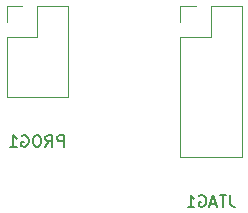
<source format=gbr>
%TF.GenerationSoftware,KiCad,Pcbnew,(5.1.9)-1*%
%TF.CreationDate,2021-09-09T15:37:01+09:00*%
%TF.ProjectId,esp-prog-adator,6573702d-7072-46f6-972d-616461746f72,rev?*%
%TF.SameCoordinates,Original*%
%TF.FileFunction,Legend,Bot*%
%TF.FilePolarity,Positive*%
%FSLAX46Y46*%
G04 Gerber Fmt 4.6, Leading zero omitted, Abs format (unit mm)*
G04 Created by KiCad (PCBNEW (5.1.9)-1) date 2021-09-09 15:37:01*
%MOMM*%
%LPD*%
G01*
G04 APERTURE LIST*
%ADD10C,0.120000*%
%ADD11C,0.150000*%
G04 APERTURE END LIST*
D10*
%TO.C,JTAG1*%
X105156000Y-76140000D02*
X103826000Y-76140000D01*
X103826000Y-76140000D02*
X103826000Y-77470000D01*
X106426000Y-76140000D02*
X106426000Y-78740000D01*
X106426000Y-78740000D02*
X103826000Y-78740000D01*
X103826000Y-78740000D02*
X103826000Y-88960000D01*
X109026000Y-88960000D02*
X103826000Y-88960000D01*
X109026000Y-76140000D02*
X109026000Y-88960000D01*
X109026000Y-76140000D02*
X106426000Y-76140000D01*
%TO.C,PROG1*%
X90464000Y-76140000D02*
X89134000Y-76140000D01*
X89134000Y-76140000D02*
X89134000Y-77470000D01*
X91734000Y-76140000D02*
X91734000Y-78740000D01*
X91734000Y-78740000D02*
X89134000Y-78740000D01*
X89134000Y-78740000D02*
X89134000Y-83880000D01*
X94334000Y-83880000D02*
X89134000Y-83880000D01*
X94334000Y-76140000D02*
X94334000Y-83880000D01*
X94334000Y-76140000D02*
X91734000Y-76140000D01*
%TO.C,JTAG1*%
D11*
X108068857Y-92162380D02*
X108068857Y-92876666D01*
X108116476Y-93019523D01*
X108211714Y-93114761D01*
X108354571Y-93162380D01*
X108449809Y-93162380D01*
X107735523Y-92162380D02*
X107164095Y-92162380D01*
X107449809Y-93162380D02*
X107449809Y-92162380D01*
X106878380Y-92876666D02*
X106402190Y-92876666D01*
X106973619Y-93162380D02*
X106640285Y-92162380D01*
X106306952Y-93162380D01*
X105449809Y-92210000D02*
X105545047Y-92162380D01*
X105687904Y-92162380D01*
X105830761Y-92210000D01*
X105926000Y-92305238D01*
X105973619Y-92400476D01*
X106021238Y-92590952D01*
X106021238Y-92733809D01*
X105973619Y-92924285D01*
X105926000Y-93019523D01*
X105830761Y-93114761D01*
X105687904Y-93162380D01*
X105592666Y-93162380D01*
X105449809Y-93114761D01*
X105402190Y-93067142D01*
X105402190Y-92733809D01*
X105592666Y-92733809D01*
X104449809Y-93162380D02*
X105021238Y-93162380D01*
X104735523Y-93162380D02*
X104735523Y-92162380D01*
X104830761Y-92305238D01*
X104926000Y-92400476D01*
X105021238Y-92448095D01*
%TO.C,PROG1*%
X93995904Y-88082380D02*
X93995904Y-87082380D01*
X93614952Y-87082380D01*
X93519714Y-87130000D01*
X93472095Y-87177619D01*
X93424476Y-87272857D01*
X93424476Y-87415714D01*
X93472095Y-87510952D01*
X93519714Y-87558571D01*
X93614952Y-87606190D01*
X93995904Y-87606190D01*
X92424476Y-88082380D02*
X92757809Y-87606190D01*
X92995904Y-88082380D02*
X92995904Y-87082380D01*
X92614952Y-87082380D01*
X92519714Y-87130000D01*
X92472095Y-87177619D01*
X92424476Y-87272857D01*
X92424476Y-87415714D01*
X92472095Y-87510952D01*
X92519714Y-87558571D01*
X92614952Y-87606190D01*
X92995904Y-87606190D01*
X91805428Y-87082380D02*
X91614952Y-87082380D01*
X91519714Y-87130000D01*
X91424476Y-87225238D01*
X91376857Y-87415714D01*
X91376857Y-87749047D01*
X91424476Y-87939523D01*
X91519714Y-88034761D01*
X91614952Y-88082380D01*
X91805428Y-88082380D01*
X91900666Y-88034761D01*
X91995904Y-87939523D01*
X92043523Y-87749047D01*
X92043523Y-87415714D01*
X91995904Y-87225238D01*
X91900666Y-87130000D01*
X91805428Y-87082380D01*
X90424476Y-87130000D02*
X90519714Y-87082380D01*
X90662571Y-87082380D01*
X90805428Y-87130000D01*
X90900666Y-87225238D01*
X90948285Y-87320476D01*
X90995904Y-87510952D01*
X90995904Y-87653809D01*
X90948285Y-87844285D01*
X90900666Y-87939523D01*
X90805428Y-88034761D01*
X90662571Y-88082380D01*
X90567333Y-88082380D01*
X90424476Y-88034761D01*
X90376857Y-87987142D01*
X90376857Y-87653809D01*
X90567333Y-87653809D01*
X89424476Y-88082380D02*
X89995904Y-88082380D01*
X89710190Y-88082380D02*
X89710190Y-87082380D01*
X89805428Y-87225238D01*
X89900666Y-87320476D01*
X89995904Y-87368095D01*
%TD*%
M02*

</source>
